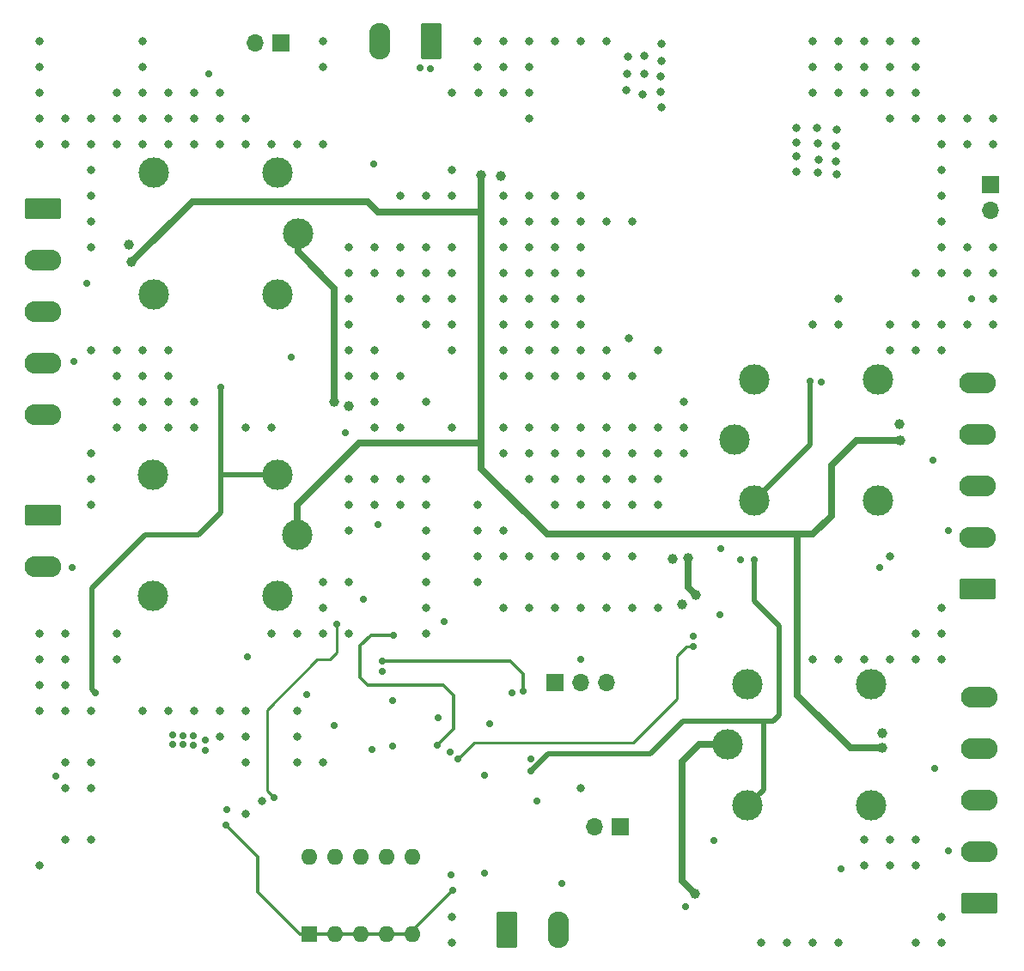
<source format=gbl>
G04 #@! TF.GenerationSoftware,KiCad,Pcbnew,(6.0.11)*
G04 #@! TF.CreationDate,2023-08-29T14:16:44-05:00*
G04 #@! TF.ProjectId,Cabina,43616269-6e61-42e6-9b69-6361645f7063,rev?*
G04 #@! TF.SameCoordinates,Original*
G04 #@! TF.FileFunction,Copper,L4,Bot*
G04 #@! TF.FilePolarity,Positive*
%FSLAX46Y46*%
G04 Gerber Fmt 4.6, Leading zero omitted, Abs format (unit mm)*
G04 Created by KiCad (PCBNEW (6.0.11)) date 2023-08-29 14:16:44*
%MOMM*%
%LPD*%
G01*
G04 APERTURE LIST*
G04 Aperture macros list*
%AMRoundRect*
0 Rectangle with rounded corners*
0 $1 Rounding radius*
0 $2 $3 $4 $5 $6 $7 $8 $9 X,Y pos of 4 corners*
0 Add a 4 corners polygon primitive as box body*
4,1,4,$2,$3,$4,$5,$6,$7,$8,$9,$2,$3,0*
0 Add four circle primitives for the rounded corners*
1,1,$1+$1,$2,$3*
1,1,$1+$1,$4,$5*
1,1,$1+$1,$6,$7*
1,1,$1+$1,$8,$9*
0 Add four rect primitives between the rounded corners*
20,1,$1+$1,$2,$3,$4,$5,0*
20,1,$1+$1,$4,$5,$6,$7,0*
20,1,$1+$1,$6,$7,$8,$9,0*
20,1,$1+$1,$8,$9,$2,$3,0*%
G04 Aperture macros list end*
G04 #@! TA.AperFunction,ComponentPad*
%ADD10RoundRect,0.249999X-1.550001X0.790001X-1.550001X-0.790001X1.550001X-0.790001X1.550001X0.790001X0*%
G04 #@! TD*
G04 #@! TA.AperFunction,ComponentPad*
%ADD11O,3.600000X2.080000*%
G04 #@! TD*
G04 #@! TA.AperFunction,ComponentPad*
%ADD12C,3.000000*%
G04 #@! TD*
G04 #@! TA.AperFunction,ComponentPad*
%ADD13R,1.700000X1.700000*%
G04 #@! TD*
G04 #@! TA.AperFunction,ComponentPad*
%ADD14O,1.700000X1.700000*%
G04 #@! TD*
G04 #@! TA.AperFunction,ComponentPad*
%ADD15RoundRect,0.249999X1.550001X-0.790001X1.550001X0.790001X-1.550001X0.790001X-1.550001X-0.790001X0*%
G04 #@! TD*
G04 #@! TA.AperFunction,ComponentPad*
%ADD16RoundRect,0.249999X0.790001X1.550001X-0.790001X1.550001X-0.790001X-1.550001X0.790001X-1.550001X0*%
G04 #@! TD*
G04 #@! TA.AperFunction,ComponentPad*
%ADD17O,2.080000X3.600000*%
G04 #@! TD*
G04 #@! TA.AperFunction,ComponentPad*
%ADD18RoundRect,0.249999X-0.790001X-1.550001X0.790001X-1.550001X0.790001X1.550001X-0.790001X1.550001X0*%
G04 #@! TD*
G04 #@! TA.AperFunction,ComponentPad*
%ADD19R,1.600000X1.600000*%
G04 #@! TD*
G04 #@! TA.AperFunction,ComponentPad*
%ADD20O,1.600000X1.600000*%
G04 #@! TD*
G04 #@! TA.AperFunction,ViaPad*
%ADD21C,1.000000*%
G04 #@! TD*
G04 #@! TA.AperFunction,ViaPad*
%ADD22C,0.800000*%
G04 #@! TD*
G04 #@! TA.AperFunction,ViaPad*
%ADD23C,0.700000*%
G04 #@! TD*
G04 #@! TA.AperFunction,Conductor*
%ADD24C,0.700000*%
G04 #@! TD*
G04 #@! TA.AperFunction,Conductor*
%ADD25C,0.500000*%
G04 #@! TD*
G04 #@! TA.AperFunction,Conductor*
%ADD26C,0.300000*%
G04 #@! TD*
G04 #@! TA.AperFunction,Conductor*
%ADD27C,0.293370*%
G04 #@! TD*
G04 APERTURE END LIST*
D10*
X106960200Y-87401400D03*
D11*
X106960200Y-92481400D03*
D12*
X132105400Y-59613800D03*
X130105400Y-53613800D03*
X117905400Y-53613800D03*
X117905400Y-65613800D03*
X130105400Y-65613800D03*
D13*
X200406000Y-54737000D03*
D14*
X200406000Y-57277000D03*
D13*
X130454400Y-40792400D03*
D14*
X127914400Y-40792400D03*
D13*
X157469600Y-103911800D03*
D14*
X160009600Y-103911800D03*
X162549600Y-103911800D03*
D15*
X199250800Y-125679200D03*
D11*
X199250800Y-120599200D03*
X199250800Y-115519200D03*
X199250800Y-110439200D03*
X199250800Y-105359200D03*
D16*
X145249400Y-40614600D03*
D17*
X140169400Y-40614600D03*
D18*
X152704800Y-128244600D03*
D17*
X157784800Y-128244600D03*
D12*
X132066800Y-89357200D03*
X130066800Y-83357200D03*
X117866800Y-83357200D03*
X117866800Y-95357200D03*
X130066800Y-95357200D03*
D15*
X199110600Y-94640400D03*
D11*
X199110600Y-89560400D03*
X199110600Y-84480400D03*
X199110600Y-79400400D03*
X199110600Y-74320400D03*
D12*
X174447200Y-110007400D03*
X176447200Y-116007400D03*
X188647200Y-116007400D03*
X188647200Y-104007400D03*
X176447200Y-104007400D03*
D13*
X163860400Y-118135400D03*
D14*
X161320400Y-118135400D03*
D10*
X106971600Y-57124600D03*
D11*
X106971600Y-62204600D03*
X106971600Y-67284600D03*
X106971600Y-72364600D03*
X106971600Y-77444600D03*
D19*
X133273800Y-128651000D03*
D20*
X135813800Y-128651000D03*
X138353800Y-128651000D03*
X140893800Y-128651000D03*
X143433800Y-128651000D03*
X143433800Y-121031000D03*
X140893800Y-121031000D03*
X138353800Y-121031000D03*
X135813800Y-121031000D03*
X133273800Y-121031000D03*
D12*
X175107600Y-79959200D03*
X177107600Y-85959200D03*
X189307600Y-85959200D03*
X189307600Y-73959200D03*
X177107600Y-73959200D03*
D21*
X115747800Y-62433200D03*
X150190200Y-53822600D03*
X189687200Y-110337600D03*
X191465200Y-79984600D03*
D22*
X193040000Y-68580000D03*
X193040000Y-121920000D03*
X127000000Y-106680000D03*
X147320000Y-68580000D03*
X157480000Y-40640000D03*
X147320000Y-45720000D03*
X160020000Y-96520000D03*
X144780000Y-60960000D03*
X200660000Y-68580000D03*
D23*
X140462000Y-102768400D03*
D22*
X111760000Y-48260000D03*
X144780000Y-96520000D03*
X144780000Y-68580000D03*
D23*
X122986800Y-109524800D03*
D22*
X154940000Y-43180000D03*
X187960000Y-45720000D03*
X157480000Y-96520000D03*
X147320000Y-66040000D03*
X114300000Y-76200000D03*
X152400000Y-45720000D03*
X193040000Y-119380000D03*
X162560000Y-73660000D03*
X154940000Y-71120000D03*
X106680000Y-101600000D03*
X128600200Y-115595400D03*
X142240000Y-78740000D03*
X134620000Y-99060000D03*
X160020000Y-91440000D03*
D23*
X138577800Y-95698500D03*
X173786800Y-90703400D03*
D22*
X129540000Y-50800000D03*
D23*
X198551800Y-66040000D03*
D22*
X187960000Y-101600000D03*
D23*
X111339600Y-64541400D03*
D22*
X144780000Y-76200000D03*
X160020000Y-68580000D03*
X152400000Y-58420000D03*
X164693600Y-69926200D03*
D23*
X141452600Y-110159800D03*
D22*
X144780000Y-83820000D03*
X116840000Y-50800000D03*
X165100000Y-96520000D03*
X116840000Y-43180000D03*
X164668200Y-42164000D03*
X111760000Y-111760000D03*
X183311800Y-49199800D03*
X193040000Y-40640000D03*
X154940000Y-58420000D03*
X119380000Y-71120000D03*
X166116000Y-45897800D03*
X193040000Y-71120000D03*
X154940000Y-63500000D03*
X137160000Y-88900000D03*
D23*
X158126200Y-123686800D03*
D22*
X198120000Y-50800000D03*
X111760000Y-106680000D03*
X147320000Y-55880000D03*
X109220000Y-48260000D03*
X106680000Y-99060000D03*
X137160000Y-68580000D03*
X152400000Y-71120000D03*
X195580000Y-48260000D03*
X114300000Y-48260000D03*
D23*
X173685200Y-97155000D03*
D22*
X149860000Y-93980000D03*
X137160000Y-66040000D03*
X164592000Y-43865800D03*
D23*
X170332400Y-126009400D03*
D22*
X160020000Y-83820000D03*
D23*
X121818400Y-109169200D03*
D22*
X124460000Y-45720000D03*
D23*
X139395200Y-110515400D03*
D22*
X198120000Y-68580000D03*
X152400000Y-73660000D03*
X111760000Y-81280000D03*
X121920000Y-50800000D03*
X193040000Y-101600000D03*
X111760000Y-53340000D03*
X149860000Y-88900000D03*
X185420000Y-129540000D03*
D23*
X110044200Y-72212200D03*
D22*
X144780000Y-88900000D03*
D23*
X194894200Y-112369600D03*
D22*
X181254400Y-50622200D03*
X124460000Y-106680000D03*
X195580000Y-71120000D03*
D23*
X150469600Y-122707400D03*
D22*
X127000000Y-78740000D03*
X195580000Y-127000000D03*
X147320000Y-129540000D03*
X154940000Y-45720000D03*
D23*
X171069000Y-99288600D03*
D22*
X121920000Y-76200000D03*
X162560000Y-83820000D03*
X111760000Y-71120000D03*
D23*
X175742600Y-91795600D03*
D21*
X191439800Y-78359000D03*
D22*
X181203600Y-49199800D03*
X139700000Y-78740000D03*
X154940000Y-48260000D03*
X157480000Y-91440000D03*
X193040000Y-129540000D03*
X137160000Y-99060000D03*
X167894000Y-45669200D03*
X157480000Y-78740000D03*
X119380000Y-73660000D03*
D23*
X141452600Y-105664000D03*
D22*
X137160000Y-83820000D03*
X119380000Y-48260000D03*
D23*
X136779000Y-79248000D03*
D22*
X162560000Y-71120000D03*
X185191400Y-53721000D03*
X137160000Y-63500000D03*
X116840000Y-71120000D03*
X185140600Y-51003200D03*
X111760000Y-86360000D03*
X190500000Y-101600000D03*
X193040000Y-48260000D03*
X139700000Y-60960000D03*
X152400000Y-63500000D03*
X121920000Y-48260000D03*
X134620000Y-96520000D03*
X134620000Y-43180000D03*
X200660000Y-60960000D03*
X119380000Y-45720000D03*
X132080000Y-109220000D03*
X137160000Y-71120000D03*
X182880000Y-68580000D03*
X170180000Y-76200000D03*
X195580000Y-63500000D03*
X166268400Y-42037000D03*
X154940000Y-68580000D03*
X119380000Y-76200000D03*
D23*
X108254800Y-113131600D03*
D22*
X195580000Y-99060000D03*
X165100000Y-91440000D03*
X160020000Y-40640000D03*
X160020000Y-73660000D03*
X132080000Y-50800000D03*
D23*
X121843800Y-110058200D03*
D22*
X185420000Y-68580000D03*
X116840000Y-40640000D03*
X144780000Y-66040000D03*
X193040000Y-43180000D03*
X111760000Y-58420000D03*
X147320000Y-63500000D03*
X147320000Y-127000000D03*
X111760000Y-119380000D03*
X165100000Y-83820000D03*
X109220000Y-106680000D03*
D23*
X119786400Y-110007400D03*
D22*
X154940000Y-78740000D03*
X154940000Y-91440000D03*
X114300000Y-101600000D03*
X157480000Y-58420000D03*
X154940000Y-60960000D03*
X165100000Y-78740000D03*
X198120000Y-63500000D03*
X190500000Y-91440000D03*
D23*
X160020000Y-101574600D03*
D22*
X200660000Y-50800000D03*
X121920000Y-106680000D03*
X157480000Y-63500000D03*
X109220000Y-111760000D03*
X193040000Y-99060000D03*
X165100000Y-58420000D03*
X144780000Y-91440000D03*
X152400000Y-68580000D03*
X185420000Y-101600000D03*
X149906462Y-45713428D03*
X170180000Y-81280000D03*
X106680000Y-48260000D03*
X152400000Y-43180000D03*
X162560000Y-58420000D03*
X114300000Y-99060000D03*
X200660000Y-48260000D03*
X190500000Y-119380000D03*
X162560000Y-78740000D03*
X190500000Y-40640000D03*
X160020000Y-60960000D03*
X160020000Y-114300000D03*
D23*
X185674000Y-122250200D03*
D22*
X121920000Y-45720000D03*
X183388000Y-53594000D03*
X195580000Y-96520000D03*
X147320000Y-53340000D03*
X177800000Y-129540000D03*
X139700000Y-71120000D03*
D23*
X120802400Y-110007400D03*
D22*
X152400000Y-88900000D03*
D23*
X194741800Y-81991200D03*
D22*
X152400000Y-66040000D03*
X114300000Y-45720000D03*
X127000000Y-50800000D03*
X116840000Y-48260000D03*
X139700000Y-73660000D03*
X106680000Y-43180000D03*
X187960000Y-121920000D03*
X185420000Y-43180000D03*
D23*
X127127000Y-101371400D03*
D22*
X124460000Y-50800000D03*
X139700000Y-63500000D03*
D23*
X155067000Y-111379000D03*
X155651200Y-115595400D03*
D22*
X127000000Y-109220000D03*
D23*
X139623800Y-52755800D03*
D22*
X200660000Y-63500000D03*
X162560000Y-81280000D03*
X185420000Y-66040000D03*
D23*
X119761000Y-109067600D03*
D22*
X170180000Y-78740000D03*
X106680000Y-104140000D03*
D23*
X196189600Y-88900000D03*
D22*
X114300000Y-50800000D03*
D21*
X152095200Y-53898800D03*
D22*
X134620000Y-93980000D03*
X167640000Y-71120000D03*
D23*
X147116800Y-110769400D03*
D22*
X160020000Y-86360000D03*
X185420000Y-40640000D03*
X142240000Y-55880000D03*
X142240000Y-63500000D03*
X114300000Y-78740000D03*
X166243000Y-43865800D03*
X142240000Y-83820000D03*
D21*
X169011600Y-91694000D03*
D22*
X119380000Y-78740000D03*
X144780000Y-63500000D03*
X149860000Y-43180000D03*
X109220000Y-99060000D03*
D23*
X109880400Y-92557600D03*
D21*
X170002200Y-96215200D03*
D22*
X162560000Y-86360000D03*
X106680000Y-40640000D03*
X139700000Y-76200000D03*
X160020000Y-66040000D03*
D23*
X189433200Y-92557600D03*
X150469600Y-113004600D03*
D22*
X111760000Y-50800000D03*
X124460000Y-109220000D03*
X157480000Y-73660000D03*
X144780000Y-99060000D03*
X109220000Y-104140000D03*
X137160000Y-86360000D03*
X142240000Y-86360000D03*
X106680000Y-45720000D03*
D23*
X196215000Y-120472200D03*
D22*
X154940000Y-55880000D03*
X154940000Y-83820000D03*
X183388000Y-50749200D03*
X190500000Y-45720000D03*
D23*
X144145000Y-43256200D03*
X131470400Y-71805800D03*
X120777000Y-109118400D03*
D22*
X182880000Y-43180000D03*
X160020000Y-71120000D03*
X157480000Y-83820000D03*
X160020000Y-63500000D03*
X134620000Y-111760000D03*
D23*
X145948400Y-107365800D03*
D22*
X167640000Y-78740000D03*
X187960000Y-43180000D03*
D23*
X145161000Y-43307000D03*
D22*
X190500000Y-121920000D03*
X134620000Y-40640000D03*
X167919400Y-47117000D03*
X195580000Y-101600000D03*
X154940000Y-96520000D03*
X187960000Y-119380000D03*
X157480000Y-86360000D03*
X157480000Y-55880000D03*
X147320000Y-71120000D03*
X167640000Y-83820000D03*
X142240000Y-73660000D03*
D23*
X183718200Y-74218800D03*
D22*
X139700000Y-83820000D03*
X160020000Y-78740000D03*
X116840000Y-76200000D03*
X195580000Y-55880000D03*
X144780000Y-86360000D03*
X152400000Y-81280000D03*
X193040000Y-45720000D03*
D23*
X147193000Y-122859800D03*
D22*
X182880000Y-40640000D03*
X142240000Y-60960000D03*
X109220000Y-119380000D03*
X157480000Y-81280000D03*
D21*
X137134600Y-76581000D03*
D22*
X185191400Y-49352200D03*
X152400000Y-40640000D03*
X167640000Y-96520000D03*
X187960000Y-40640000D03*
X195580000Y-60960000D03*
X129540000Y-99060000D03*
X114300000Y-71120000D03*
X149860000Y-91440000D03*
X180340000Y-129540000D03*
X111760000Y-114300000D03*
X195580000Y-50800000D03*
D21*
X189687200Y-108915200D03*
D23*
X125120400Y-116408200D03*
D22*
X132080000Y-99060000D03*
X157480000Y-71120000D03*
X181279800Y-53467000D03*
X111760000Y-83820000D03*
X109220000Y-114300000D03*
X195580000Y-58420000D03*
X149860000Y-40640000D03*
X190500000Y-43180000D03*
X154940000Y-40640000D03*
D23*
X135686800Y-108127800D03*
D22*
X165100000Y-73660000D03*
X193040000Y-63500000D03*
X121920000Y-78740000D03*
X167919400Y-42570400D03*
D23*
X146532600Y-97866200D03*
D22*
X134620000Y-50800000D03*
X111760000Y-60960000D03*
X109220000Y-50800000D03*
X147320000Y-60960000D03*
X116840000Y-73660000D03*
X157480000Y-60960000D03*
X181254400Y-52019200D03*
D23*
X173075600Y-119456200D03*
D22*
X167944800Y-40919400D03*
X183438800Y-52298600D03*
X154940000Y-81280000D03*
X116840000Y-78740000D03*
X167894000Y-44145200D03*
X185166000Y-52501800D03*
X137160000Y-60960000D03*
X167640000Y-81280000D03*
X116840000Y-45720000D03*
X185420000Y-45720000D03*
X144780000Y-93980000D03*
X198120000Y-60960000D03*
D23*
X139979400Y-88265000D03*
D22*
X106680000Y-106680000D03*
X160020000Y-58420000D03*
X165100000Y-81280000D03*
X132080000Y-106680000D03*
X182880000Y-45720000D03*
X124460000Y-48260000D03*
X132080000Y-111760000D03*
X157480000Y-66040000D03*
D23*
X151028400Y-107950000D03*
D22*
X162560000Y-96520000D03*
X195580000Y-129540000D03*
X116840000Y-106680000D03*
X111760000Y-55880000D03*
X167640000Y-86360000D03*
X129540000Y-78740000D03*
X127000000Y-111760000D03*
X157480000Y-68580000D03*
X149860000Y-86360000D03*
X119380000Y-106680000D03*
X152400000Y-91440000D03*
X162560000Y-40640000D03*
X152400000Y-60960000D03*
X162560000Y-91440000D03*
D23*
X122961400Y-110591600D03*
D22*
X152400000Y-96520000D03*
X147320000Y-78740000D03*
X182880000Y-129540000D03*
X127000000Y-116840000D03*
X165100000Y-86360000D03*
X152400000Y-78740000D03*
D21*
X115417600Y-60680600D03*
D22*
X144780000Y-55880000D03*
X127000000Y-48260000D03*
X119380000Y-50800000D03*
D23*
X123291600Y-43891200D03*
D22*
X106680000Y-121920000D03*
X152400000Y-55880000D03*
X200660000Y-66040000D03*
X106680000Y-50800000D03*
X137160000Y-73660000D03*
X160020000Y-81280000D03*
X182880000Y-101600000D03*
X190500000Y-48260000D03*
X198120000Y-48260000D03*
X114300000Y-73660000D03*
X195580000Y-68580000D03*
X154940000Y-73660000D03*
X190500000Y-68580000D03*
X109220000Y-101600000D03*
X190500000Y-71120000D03*
X160020000Y-55880000D03*
X154940000Y-66040000D03*
X142240000Y-66040000D03*
X164515800Y-45466000D03*
X137160000Y-93980000D03*
X195580000Y-53340000D03*
X139700000Y-86360000D03*
D23*
X153238200Y-104876600D03*
X133019800Y-105105200D03*
X182626000Y-74193400D03*
X112166400Y-104902000D03*
X155117800Y-112623600D03*
X177114200Y-91795600D03*
X124485400Y-74777600D03*
X147345400Y-124409200D03*
X154305000Y-104749600D03*
X140436600Y-101752400D03*
X124993400Y-117906800D03*
X141528800Y-99187000D03*
X145846800Y-110083600D03*
D21*
X170535600Y-91643200D03*
X171297600Y-95250000D03*
X135712200Y-76225400D03*
X171272200Y-124739400D03*
D23*
X171096300Y-100328100D03*
X147878800Y-111429800D03*
X129794000Y-115214400D03*
X135966200Y-98094800D03*
D24*
X184683400Y-82473800D02*
X184683400Y-87426800D01*
X139982097Y-57505600D02*
X150190200Y-57505600D01*
X138966097Y-56489600D02*
X139982097Y-57505600D01*
X181356000Y-105156000D02*
X186537600Y-110337600D01*
X182854600Y-89255600D02*
X181356000Y-89255600D01*
X181356000Y-89255600D02*
X156667200Y-89255600D01*
X156667200Y-89255600D02*
X150190200Y-82778600D01*
X132066800Y-86373200D02*
X132066800Y-89357200D01*
X121691400Y-56489600D02*
X138966097Y-56489600D01*
X115747800Y-62433200D02*
X121691400Y-56489600D01*
X150190200Y-80264000D02*
X138176000Y-80264000D01*
X191465200Y-79984600D02*
X187172600Y-79984600D01*
X138176000Y-80264000D02*
X132066800Y-86373200D01*
X150190200Y-82778600D02*
X150190200Y-80264000D01*
X150190200Y-57505600D02*
X150190200Y-53822600D01*
X181356000Y-89255600D02*
X181356000Y-105156000D01*
X184683400Y-87426800D02*
X182854600Y-89255600D01*
X187172600Y-79984600D02*
X184683400Y-82473800D01*
X150190200Y-80264000D02*
X150190200Y-57505600D01*
X186537600Y-110337600D02*
X189687200Y-110337600D01*
D25*
X178028600Y-107848400D02*
X177901600Y-107721400D01*
X177107600Y-85959200D02*
X177108600Y-85959200D01*
X124485400Y-74777600D02*
X124485400Y-83362800D01*
X177108600Y-85959200D02*
X182626000Y-80441800D01*
X111836200Y-94564200D02*
X111836200Y-104571800D01*
X176447200Y-116007400D02*
X178028600Y-114426000D01*
X117068600Y-89331800D02*
X111836200Y-94564200D01*
X155117800Y-112623600D02*
X156794200Y-110947200D01*
X178028600Y-114426000D02*
X178028600Y-107848400D01*
X177114200Y-91795600D02*
X177114200Y-95859600D01*
X179578000Y-98323400D02*
X179578000Y-107099100D01*
X111836200Y-104571800D02*
X112166400Y-104902000D01*
X124485400Y-87147400D02*
X122301000Y-89331800D01*
X170053000Y-107721400D02*
X177901600Y-107721400D01*
X156794200Y-110947200D02*
X166827200Y-110947200D01*
X130066800Y-83357200D02*
X124491000Y-83357200D01*
X177114200Y-95859600D02*
X179578000Y-98323400D01*
X179578000Y-107099100D02*
X178955700Y-107721400D01*
X122301000Y-89331800D02*
X117068600Y-89331800D01*
X182626000Y-80441800D02*
X182626000Y-74193400D01*
X124485400Y-83362800D02*
X124485400Y-87147400D01*
X178955700Y-107721400D02*
X177901600Y-107721400D01*
X124491000Y-83357200D02*
X124485400Y-83362800D01*
X166827200Y-110947200D02*
X170053000Y-107721400D01*
D26*
X140893800Y-128651000D02*
X143433800Y-128651000D01*
X128193800Y-121107200D02*
X128193800Y-124510800D01*
X143433800Y-128651000D02*
X143433800Y-128320800D01*
X154203400Y-102946200D02*
X154305000Y-103047800D01*
X124993400Y-117906800D02*
X128193800Y-121107200D01*
X132334000Y-128651000D02*
X133273800Y-128651000D01*
X133273800Y-128651000D02*
X135813800Y-128651000D01*
X128193800Y-124510800D02*
X132334000Y-128651000D01*
X138353800Y-128651000D02*
X140893800Y-128651000D01*
X154305000Y-103047800D02*
X154305000Y-104749600D01*
X135813800Y-128651000D02*
X138353800Y-128651000D01*
X143433800Y-128320800D02*
X147345400Y-124409200D01*
X140436600Y-101752400D02*
X153009600Y-101752400D01*
X153009600Y-101752400D02*
X154203400Y-102946200D01*
X139014200Y-104165400D02*
X138252200Y-103403400D01*
X147497800Y-105181400D02*
X146481800Y-104165400D01*
X138252200Y-100228400D02*
X139293600Y-99187000D01*
X146481800Y-104165400D02*
X139014200Y-104165400D01*
X145846800Y-110083600D02*
X147497800Y-108432600D01*
X147497800Y-108432600D02*
X147497800Y-105181400D01*
X139293600Y-99187000D02*
X141528800Y-99187000D01*
X138252200Y-103403400D02*
X138252200Y-100228400D01*
D24*
X170535600Y-94488000D02*
X171297600Y-95250000D01*
X170535600Y-91643200D02*
X170535600Y-94488000D01*
X135712200Y-65024000D02*
X132105400Y-61417200D01*
X132105400Y-61417200D02*
X132105400Y-59613800D01*
X135712200Y-76225400D02*
X135712200Y-65024000D01*
X171653200Y-110007400D02*
X169976800Y-111683800D01*
X174447200Y-110007400D02*
X171653200Y-110007400D01*
X169976800Y-111683800D02*
X169976800Y-123444000D01*
X169976800Y-123444000D02*
X171272200Y-124739400D01*
D27*
X170385100Y-100328100D02*
X169443400Y-101269800D01*
X165125400Y-109804200D02*
X149504400Y-109804200D01*
X171096300Y-100328100D02*
X170385100Y-100328100D01*
X169443400Y-105486200D02*
X165125400Y-109804200D01*
X149504400Y-109804200D02*
X147878800Y-111429800D01*
X169443400Y-101269800D02*
X169443400Y-105486200D01*
X129108200Y-106553000D02*
X134035800Y-101625400D01*
X135966200Y-100914200D02*
X135966200Y-98094800D01*
X134035800Y-101625400D02*
X135255000Y-101625400D01*
X129108200Y-114528600D02*
X129108200Y-106553000D01*
X135255000Y-101625400D02*
X135966200Y-100914200D01*
X129794000Y-115214400D02*
X129108200Y-114528600D01*
M02*

</source>
